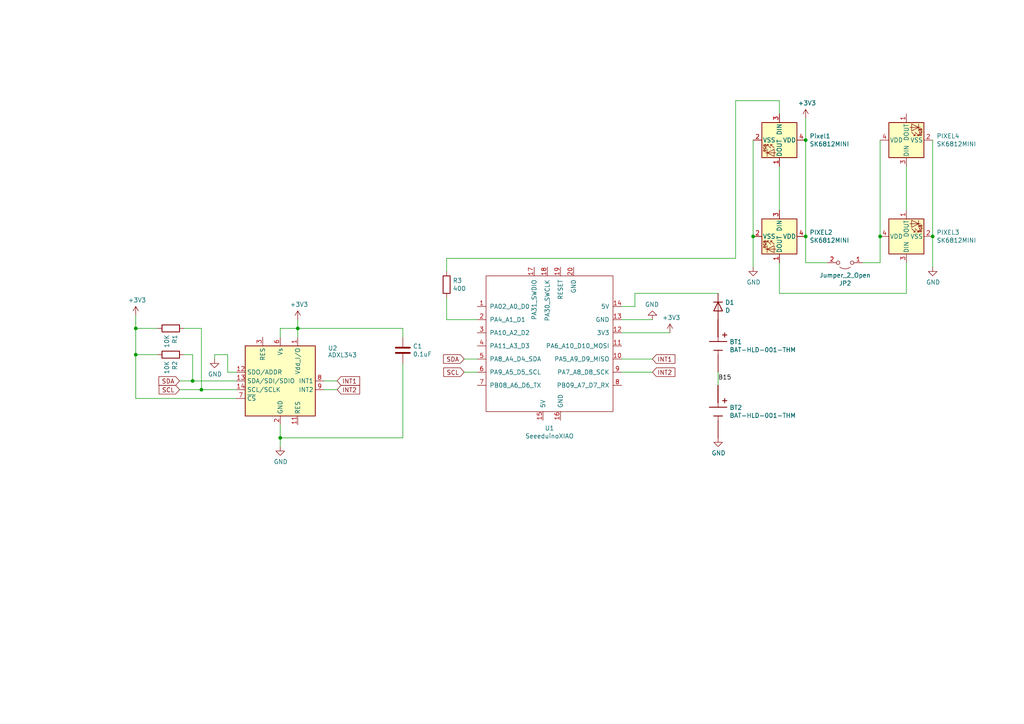
<source format=kicad_sch>
(kicad_sch (version 20211123) (generator eeschema)

  (uuid dd00c2e1-6027-4717-b312-4fab3ee52002)

  (paper "A4")

  (lib_symbols
    (symbol "BAT-HLD-001-THM:BAT-HLD-001-THM" (pin_numbers hide) (pin_names (offset 1.016) hide) (in_bom yes) (on_board yes)
      (property "Reference" "BT" (id 0) (at -3.81 3.81 0)
        (effects (font (size 1.27 1.27)) (justify left bottom))
      )
      (property "Value" "BAT-HLD-001-THM_BAT-HLD-001-THM" (id 1) (at -3.81 -5.08 0)
        (effects (font (size 1.27 1.27)) (justify left bottom))
      )
      (property "Footprint" "BAT_BAT-HLD-001-THM" (id 2) (at 0 0 0)
        (effects (font (size 1.27 1.27)) (justify left bottom) hide)
      )
      (property "Datasheet" "" (id 3) (at 0 0 0)
        (effects (font (size 1.27 1.27)) (justify left bottom) hide)
      )
      (property "STANDARD" "Manufacturer Recommendations" (id 4) (at 0 0 0)
        (effects (font (size 1.27 1.27)) (justify left bottom) hide)
      )
      (property "PARTREV" "C" (id 5) (at 0 0 0)
        (effects (font (size 1.27 1.27)) (justify left bottom) hide)
      )
      (property "MANUFACTURER" "Linx Technologies" (id 6) (at 0 0 0)
        (effects (font (size 1.27 1.27)) (justify left bottom) hide)
      )
      (property "MAXIMUM_PACKAGE_HEIGHT" "4.2mm" (id 7) (at 0 0 0)
        (effects (font (size 1.27 1.27)) (justify left bottom) hide)
      )
      (property "ki_locked" "" (id 8) (at 0 0 0)
        (effects (font (size 1.27 1.27)))
      )
      (symbol "BAT-HLD-001-THM_0_0"
        (polyline
          (pts
            (xy -3.81 1.905)
            (xy -2.54 1.905)
          )
          (stroke (width 0.254) (type default) (color 0 0 0 0))
          (fill (type none))
        )
        (polyline
          (pts
            (xy -3.175 2.54)
            (xy -3.175 1.27)
          )
          (stroke (width 0.254) (type default) (color 0 0 0 0))
          (fill (type none))
        )
        (polyline
          (pts
            (xy -1.27 0)
            (xy -2.54 0)
          )
          (stroke (width 0.1524) (type default) (color 0 0 0 0))
          (fill (type none))
        )
        (polyline
          (pts
            (xy -1.27 0)
            (xy -1.27 -2.54)
          )
          (stroke (width 0.254) (type default) (color 0 0 0 0))
          (fill (type none))
        )
        (polyline
          (pts
            (xy -1.27 2.54)
            (xy -1.27 0)
          )
          (stroke (width 0.254) (type default) (color 0 0 0 0))
          (fill (type none))
        )
        (polyline
          (pts
            (xy 1.27 0)
            (xy 1.27 -1.27)
          )
          (stroke (width 0.254) (type default) (color 0 0 0 0))
          (fill (type none))
        )
        (polyline
          (pts
            (xy 1.27 0)
            (xy 2.54 0)
          )
          (stroke (width 0.1524) (type default) (color 0 0 0 0))
          (fill (type none))
        )
        (polyline
          (pts
            (xy 1.27 1.27)
            (xy 1.27 0)
          )
          (stroke (width 0.254) (type default) (color 0 0 0 0))
          (fill (type none))
        )
        (pin passive line (at 7.62 0 180) (length 5.08)
          (name "~" (effects (font (size 1.016 1.016))))
          (number "N" (effects (font (size 1.016 1.016))))
        )
        (pin passive line (at -7.62 0 0) (length 5.08)
          (name "~" (effects (font (size 1.016 1.016))))
          (number "P1" (effects (font (size 1.016 1.016))))
        )
        (pin passive line (at -7.62 0 0) (length 5.08)
          (name "~" (effects (font (size 1.016 1.016))))
          (number "P2" (effects (font (size 1.016 1.016))))
        )
        (pin passive line (at -7.62 0 0) (length 5.08)
          (name "~" (effects (font (size 1.016 1.016))))
          (number "P3" (effects (font (size 1.016 1.016))))
        )
        (pin passive line (at -7.62 0 0) (length 5.08)
          (name "~" (effects (font (size 1.016 1.016))))
          (number "P4" (effects (font (size 1.016 1.016))))
        )
      )
    )
    (symbol "Device:C" (pin_numbers hide) (pin_names (offset 0.254)) (in_bom yes) (on_board yes)
      (property "Reference" "C" (id 0) (at 0.635 2.54 0)
        (effects (font (size 1.27 1.27)) (justify left))
      )
      (property "Value" "C" (id 1) (at 0.635 -2.54 0)
        (effects (font (size 1.27 1.27)) (justify left))
      )
      (property "Footprint" "" (id 2) (at 0.9652 -3.81 0)
        (effects (font (size 1.27 1.27)) hide)
      )
      (property "Datasheet" "~" (id 3) (at 0 0 0)
        (effects (font (size 1.27 1.27)) hide)
      )
      (property "ki_keywords" "cap capacitor" (id 4) (at 0 0 0)
        (effects (font (size 1.27 1.27)) hide)
      )
      (property "ki_description" "Unpolarized capacitor" (id 5) (at 0 0 0)
        (effects (font (size 1.27 1.27)) hide)
      )
      (property "ki_fp_filters" "C_*" (id 6) (at 0 0 0)
        (effects (font (size 1.27 1.27)) hide)
      )
      (symbol "C_0_1"
        (polyline
          (pts
            (xy -2.032 -0.762)
            (xy 2.032 -0.762)
          )
          (stroke (width 0.508) (type default) (color 0 0 0 0))
          (fill (type none))
        )
        (polyline
          (pts
            (xy -2.032 0.762)
            (xy 2.032 0.762)
          )
          (stroke (width 0.508) (type default) (color 0 0 0 0))
          (fill (type none))
        )
      )
      (symbol "C_1_1"
        (pin passive line (at 0 3.81 270) (length 2.794)
          (name "~" (effects (font (size 1.27 1.27))))
          (number "1" (effects (font (size 1.27 1.27))))
        )
        (pin passive line (at 0 -3.81 90) (length 2.794)
          (name "~" (effects (font (size 1.27 1.27))))
          (number "2" (effects (font (size 1.27 1.27))))
        )
      )
    )
    (symbol "Device:D" (pin_numbers hide) (pin_names (offset 1.016) hide) (in_bom yes) (on_board yes)
      (property "Reference" "D" (id 0) (at 0 2.54 0)
        (effects (font (size 1.27 1.27)))
      )
      (property "Value" "D" (id 1) (at 0 -2.54 0)
        (effects (font (size 1.27 1.27)))
      )
      (property "Footprint" "" (id 2) (at 0 0 0)
        (effects (font (size 1.27 1.27)) hide)
      )
      (property "Datasheet" "~" (id 3) (at 0 0 0)
        (effects (font (size 1.27 1.27)) hide)
      )
      (property "ki_keywords" "diode" (id 4) (at 0 0 0)
        (effects (font (size 1.27 1.27)) hide)
      )
      (property "ki_description" "Diode" (id 5) (at 0 0 0)
        (effects (font (size 1.27 1.27)) hide)
      )
      (property "ki_fp_filters" "TO-???* *_Diode_* *SingleDiode* D_*" (id 6) (at 0 0 0)
        (effects (font (size 1.27 1.27)) hide)
      )
      (symbol "D_0_1"
        (polyline
          (pts
            (xy -1.27 1.27)
            (xy -1.27 -1.27)
          )
          (stroke (width 0.254) (type default) (color 0 0 0 0))
          (fill (type none))
        )
        (polyline
          (pts
            (xy 1.27 0)
            (xy -1.27 0)
          )
          (stroke (width 0) (type default) (color 0 0 0 0))
          (fill (type none))
        )
        (polyline
          (pts
            (xy 1.27 1.27)
            (xy 1.27 -1.27)
            (xy -1.27 0)
            (xy 1.27 1.27)
          )
          (stroke (width 0.254) (type default) (color 0 0 0 0))
          (fill (type none))
        )
      )
      (symbol "D_1_1"
        (pin passive line (at -3.81 0 0) (length 2.54)
          (name "K" (effects (font (size 1.27 1.27))))
          (number "1" (effects (font (size 1.27 1.27))))
        )
        (pin passive line (at 3.81 0 180) (length 2.54)
          (name "A" (effects (font (size 1.27 1.27))))
          (number "2" (effects (font (size 1.27 1.27))))
        )
      )
    )
    (symbol "Device:R" (pin_numbers hide) (pin_names (offset 0)) (in_bom yes) (on_board yes)
      (property "Reference" "R" (id 0) (at 2.032 0 90)
        (effects (font (size 1.27 1.27)))
      )
      (property "Value" "R" (id 1) (at 0 0 90)
        (effects (font (size 1.27 1.27)))
      )
      (property "Footprint" "" (id 2) (at -1.778 0 90)
        (effects (font (size 1.27 1.27)) hide)
      )
      (property "Datasheet" "~" (id 3) (at 0 0 0)
        (effects (font (size 1.27 1.27)) hide)
      )
      (property "ki_keywords" "R res resistor" (id 4) (at 0 0 0)
        (effects (font (size 1.27 1.27)) hide)
      )
      (property "ki_description" "Resistor" (id 5) (at 0 0 0)
        (effects (font (size 1.27 1.27)) hide)
      )
      (property "ki_fp_filters" "R_*" (id 6) (at 0 0 0)
        (effects (font (size 1.27 1.27)) hide)
      )
      (symbol "R_0_1"
        (rectangle (start -1.016 -2.54) (end 1.016 2.54)
          (stroke (width 0.254) (type default) (color 0 0 0 0))
          (fill (type none))
        )
      )
      (symbol "R_1_1"
        (pin passive line (at 0 3.81 270) (length 1.27)
          (name "~" (effects (font (size 1.27 1.27))))
          (number "1" (effects (font (size 1.27 1.27))))
        )
        (pin passive line (at 0 -3.81 90) (length 1.27)
          (name "~" (effects (font (size 1.27 1.27))))
          (number "2" (effects (font (size 1.27 1.27))))
        )
      )
    )
    (symbol "Jumper:Jumper_2_Open" (pin_names (offset 0) hide) (in_bom yes) (on_board yes)
      (property "Reference" "JP" (id 0) (at 0 2.794 0)
        (effects (font (size 1.27 1.27)))
      )
      (property "Value" "Jumper_2_Open" (id 1) (at 0 -2.286 0)
        (effects (font (size 1.27 1.27)))
      )
      (property "Footprint" "" (id 2) (at 0 0 0)
        (effects (font (size 1.27 1.27)) hide)
      )
      (property "Datasheet" "~" (id 3) (at 0 0 0)
        (effects (font (size 1.27 1.27)) hide)
      )
      (property "ki_keywords" "Jumper SPST" (id 4) (at 0 0 0)
        (effects (font (size 1.27 1.27)) hide)
      )
      (property "ki_description" "Jumper, 2-pole, open" (id 5) (at 0 0 0)
        (effects (font (size 1.27 1.27)) hide)
      )
      (property "ki_fp_filters" "Jumper* TestPoint*2Pads* TestPoint*Bridge*" (id 6) (at 0 0 0)
        (effects (font (size 1.27 1.27)) hide)
      )
      (symbol "Jumper_2_Open_0_0"
        (circle (center -2.032 0) (radius 0.508)
          (stroke (width 0) (type default) (color 0 0 0 0))
          (fill (type none))
        )
        (circle (center 2.032 0) (radius 0.508)
          (stroke (width 0) (type default) (color 0 0 0 0))
          (fill (type none))
        )
      )
      (symbol "Jumper_2_Open_0_1"
        (arc (start 1.524 1.27) (mid 0 1.778) (end -1.524 1.27)
          (stroke (width 0) (type default) (color 0 0 0 0))
          (fill (type none))
        )
      )
      (symbol "Jumper_2_Open_1_1"
        (pin passive line (at -5.08 0 0) (length 2.54)
          (name "A" (effects (font (size 1.27 1.27))))
          (number "1" (effects (font (size 1.27 1.27))))
        )
        (pin passive line (at 5.08 0 180) (length 2.54)
          (name "B" (effects (font (size 1.27 1.27))))
          (number "2" (effects (font (size 1.27 1.27))))
        )
      )
    )
    (symbol "LED:SK6812MINI" (pin_names (offset 0.254)) (in_bom yes) (on_board yes)
      (property "Reference" "D" (id 0) (at 5.08 5.715 0)
        (effects (font (size 1.27 1.27)) (justify right bottom))
      )
      (property "Value" "SK6812MINI" (id 1) (at 1.27 -5.715 0)
        (effects (font (size 1.27 1.27)) (justify left top))
      )
      (property "Footprint" "LED_SMD:LED_SK6812MINI_PLCC4_3.5x3.5mm_P1.75mm" (id 2) (at 1.27 -7.62 0)
        (effects (font (size 1.27 1.27)) (justify left top) hide)
      )
      (property "Datasheet" "https://cdn-shop.adafruit.com/product-files/2686/SK6812MINI_REV.01-1-2.pdf" (id 3) (at 2.54 -9.525 0)
        (effects (font (size 1.27 1.27)) (justify left top) hide)
      )
      (property "ki_keywords" "RGB LED NeoPixel Mini addressable" (id 4) (at 0 0 0)
        (effects (font (size 1.27 1.27)) hide)
      )
      (property "ki_description" "RGB LED with integrated controller" (id 5) (at 0 0 0)
        (effects (font (size 1.27 1.27)) hide)
      )
      (property "ki_fp_filters" "LED*SK6812MINI*PLCC*3.5x3.5mm*P1.75mm*" (id 6) (at 0 0 0)
        (effects (font (size 1.27 1.27)) hide)
      )
      (symbol "SK6812MINI_0_0"
        (text "RGB" (at 2.286 -4.191 0)
          (effects (font (size 0.762 0.762)))
        )
      )
      (symbol "SK6812MINI_0_1"
        (polyline
          (pts
            (xy 1.27 -3.556)
            (xy 1.778 -3.556)
          )
          (stroke (width 0) (type default) (color 0 0 0 0))
          (fill (type none))
        )
        (polyline
          (pts
            (xy 1.27 -2.54)
            (xy 1.778 -2.54)
          )
          (stroke (width 0) (type default) (color 0 0 0 0))
          (fill (type none))
        )
        (polyline
          (pts
            (xy 4.699 -3.556)
            (xy 2.667 -3.556)
          )
          (stroke (width 0) (type default) (color 0 0 0 0))
          (fill (type none))
        )
        (polyline
          (pts
            (xy 2.286 -2.54)
            (xy 1.27 -3.556)
            (xy 1.27 -3.048)
          )
          (stroke (width 0) (type default) (color 0 0 0 0))
          (fill (type none))
        )
        (polyline
          (pts
            (xy 2.286 -1.524)
            (xy 1.27 -2.54)
            (xy 1.27 -2.032)
          )
          (stroke (width 0) (type default) (color 0 0 0 0))
          (fill (type none))
        )
        (polyline
          (pts
            (xy 3.683 -1.016)
            (xy 3.683 -3.556)
            (xy 3.683 -4.064)
          )
          (stroke (width 0) (type default) (color 0 0 0 0))
          (fill (type none))
        )
        (polyline
          (pts
            (xy 4.699 -1.524)
            (xy 2.667 -1.524)
            (xy 3.683 -3.556)
            (xy 4.699 -1.524)
          )
          (stroke (width 0) (type default) (color 0 0 0 0))
          (fill (type none))
        )
        (rectangle (start 5.08 5.08) (end -5.08 -5.08)
          (stroke (width 0.254) (type default) (color 0 0 0 0))
          (fill (type background))
        )
      )
      (symbol "SK6812MINI_1_1"
        (pin output line (at 7.62 0 180) (length 2.54)
          (name "DOUT" (effects (font (size 1.27 1.27))))
          (number "1" (effects (font (size 1.27 1.27))))
        )
        (pin power_in line (at 0 -7.62 90) (length 2.54)
          (name "VSS" (effects (font (size 1.27 1.27))))
          (number "2" (effects (font (size 1.27 1.27))))
        )
        (pin input line (at -7.62 0 0) (length 2.54)
          (name "DIN" (effects (font (size 1.27 1.27))))
          (number "3" (effects (font (size 1.27 1.27))))
        )
        (pin power_in line (at 0 7.62 270) (length 2.54)
          (name "VDD" (effects (font (size 1.27 1.27))))
          (number "4" (effects (font (size 1.27 1.27))))
        )
      )
    )
    (symbol "Seeeduino_XIAO:SeeeduinoXIAO" (pin_names (offset 1.016)) (in_bom yes) (on_board yes)
      (property "Reference" "U" (id 0) (at -19.05 22.86 0)
        (effects (font (size 1.27 1.27)))
      )
      (property "Value" "Seeeduino_XIAO_SeeeduinoXIAO" (id 1) (at -12.7 21.59 0)
        (effects (font (size 1.27 1.27)))
      )
      (property "Footprint" "" (id 2) (at -8.89 5.08 0)
        (effects (font (size 1.27 1.27)) hide)
      )
      (property "Datasheet" "" (id 3) (at -8.89 5.08 0)
        (effects (font (size 1.27 1.27)) hide)
      )
      (symbol "SeeeduinoXIAO_0_1"
        (rectangle (start -19.05 20.32) (end 17.78 -19.05)
          (stroke (width 0) (type default) (color 0 0 0 0))
          (fill (type none))
        )
      )
      (symbol "SeeeduinoXIAO_1_1"
        (pin unspecified line (at -21.59 11.43 0) (length 2.54)
          (name "PA02_A0_D0" (effects (font (size 1.27 1.27))))
          (number "1" (effects (font (size 1.27 1.27))))
        )
        (pin unspecified line (at 20.32 -3.81 180) (length 2.54)
          (name "PA5_A9_D9_MISO" (effects (font (size 1.27 1.27))))
          (number "10" (effects (font (size 1.27 1.27))))
        )
        (pin unspecified line (at 20.32 0 180) (length 2.54)
          (name "PA6_A10_D10_MOSI" (effects (font (size 1.27 1.27))))
          (number "11" (effects (font (size 1.27 1.27))))
        )
        (pin unspecified line (at 20.32 3.81 180) (length 2.54)
          (name "3V3" (effects (font (size 1.27 1.27))))
          (number "12" (effects (font (size 1.27 1.27))))
        )
        (pin unspecified line (at 20.32 7.62 180) (length 2.54)
          (name "GND" (effects (font (size 1.27 1.27))))
          (number "13" (effects (font (size 1.27 1.27))))
        )
        (pin unspecified line (at 20.32 11.43 180) (length 2.54)
          (name "5V" (effects (font (size 1.27 1.27))))
          (number "14" (effects (font (size 1.27 1.27))))
        )
        (pin input line (at -2.54 -21.59 90) (length 2.54)
          (name "5V" (effects (font (size 1.27 1.27))))
          (number "15" (effects (font (size 1.27 1.27))))
        )
        (pin input line (at 2.54 -21.59 90) (length 2.54)
          (name "GND" (effects (font (size 1.27 1.27))))
          (number "16" (effects (font (size 1.27 1.27))))
        )
        (pin input line (at -5.08 22.86 270) (length 2.54)
          (name "PA31_SWDIO" (effects (font (size 1.27 1.27))))
          (number "17" (effects (font (size 1.27 1.27))))
        )
        (pin input line (at -1.27 22.86 270) (length 2.54)
          (name "PA30_SWCLK" (effects (font (size 1.27 1.27))))
          (number "18" (effects (font (size 1.27 1.27))))
        )
        (pin input line (at 2.54 22.86 270) (length 2.54)
          (name "RESET" (effects (font (size 1.27 1.27))))
          (number "19" (effects (font (size 1.27 1.27))))
        )
        (pin unspecified line (at -21.59 7.62 0) (length 2.54)
          (name "PA4_A1_D1" (effects (font (size 1.27 1.27))))
          (number "2" (effects (font (size 1.27 1.27))))
        )
        (pin input line (at 6.35 22.86 270) (length 2.54)
          (name "GND" (effects (font (size 1.27 1.27))))
          (number "20" (effects (font (size 1.27 1.27))))
        )
        (pin unspecified line (at -21.59 3.81 0) (length 2.54)
          (name "PA10_A2_D2" (effects (font (size 1.27 1.27))))
          (number "3" (effects (font (size 1.27 1.27))))
        )
        (pin unspecified line (at -21.59 0 0) (length 2.54)
          (name "PA11_A3_D3" (effects (font (size 1.27 1.27))))
          (number "4" (effects (font (size 1.27 1.27))))
        )
        (pin unspecified line (at -21.59 -3.81 0) (length 2.54)
          (name "PA8_A4_D4_SDA" (effects (font (size 1.27 1.27))))
          (number "5" (effects (font (size 1.27 1.27))))
        )
        (pin unspecified line (at -21.59 -7.62 0) (length 2.54)
          (name "PA9_A5_D5_SCL" (effects (font (size 1.27 1.27))))
          (number "6" (effects (font (size 1.27 1.27))))
        )
        (pin unspecified line (at -21.59 -11.43 0) (length 2.54)
          (name "PB08_A6_D6_TX" (effects (font (size 1.27 1.27))))
          (number "7" (effects (font (size 1.27 1.27))))
        )
        (pin unspecified line (at 20.32 -11.43 180) (length 2.54)
          (name "PB09_A7_D7_RX" (effects (font (size 1.27 1.27))))
          (number "8" (effects (font (size 1.27 1.27))))
        )
        (pin unspecified line (at 20.32 -7.62 180) (length 2.54)
          (name "PA7_A8_D8_SCK" (effects (font (size 1.27 1.27))))
          (number "9" (effects (font (size 1.27 1.27))))
        )
      )
    )
    (symbol "Sensor_Motion:ADXL343" (in_bom yes) (on_board yes)
      (property "Reference" "U" (id 0) (at -8.89 11.43 0)
        (effects (font (size 1.27 1.27)))
      )
      (property "Value" "ADXL343" (id 1) (at -7.62 -11.43 0)
        (effects (font (size 1.27 1.27)))
      )
      (property "Footprint" "Package_LGA:LGA-14_3x5mm_P0.8mm_LayoutBorder1x6y" (id 2) (at 0 0 0)
        (effects (font (size 1.27 1.27)) hide)
      )
      (property "Datasheet" "https://www.analog.com/media/en/technical-documentation/data-sheets/ADXL343.pdf" (id 3) (at 0 0 0)
        (effects (font (size 1.27 1.27)) hide)
      )
      (property "ki_keywords" "3-axis accelerometer i2c spi mems" (id 4) (at 0 0 0)
        (effects (font (size 1.27 1.27)) hide)
      )
      (property "ki_description" "3-Axis MEMS Accelerometer, 2/4/8/16g range, I2C/SPI, LGA-14" (id 5) (at 0 0 0)
        (effects (font (size 1.27 1.27)) hide)
      )
      (property "ki_fp_filters" "*LGA*3x5mm*P0.8mm*" (id 6) (at 0 0 0)
        (effects (font (size 1.27 1.27)) hide)
      )
      (symbol "ADXL343_0_1"
        (rectangle (start -10.16 10.16) (end 10.16 -10.16)
          (stroke (width 0.254) (type default) (color 0 0 0 0))
          (fill (type background))
        )
      )
      (symbol "ADXL343_1_1"
        (pin power_in line (at 5.08 12.7 270) (length 2.54)
          (name "Vdd_I/O" (effects (font (size 1.27 1.27))))
          (number "1" (effects (font (size 1.27 1.27))))
        )
        (pin no_connect line (at -5.08 -10.16 90) (length 2.54) hide
          (name "NC" (effects (font (size 1.27 1.27))))
          (number "10" (effects (font (size 1.27 1.27))))
        )
        (pin passive line (at 5.08 -12.7 90) (length 2.54)
          (name "RES" (effects (font (size 1.27 1.27))))
          (number "11" (effects (font (size 1.27 1.27))))
        )
        (pin bidirectional line (at -12.7 2.54 0) (length 2.54)
          (name "SDO/ADDR" (effects (font (size 1.27 1.27))))
          (number "12" (effects (font (size 1.27 1.27))))
        )
        (pin bidirectional line (at -12.7 0 0) (length 2.54)
          (name "SDA/SDI/SDIO" (effects (font (size 1.27 1.27))))
          (number "13" (effects (font (size 1.27 1.27))))
        )
        (pin input line (at -12.7 -2.54 0) (length 2.54)
          (name "SCL/SCLK" (effects (font (size 1.27 1.27))))
          (number "14" (effects (font (size 1.27 1.27))))
        )
        (pin power_in line (at 0 -12.7 90) (length 2.54)
          (name "GND" (effects (font (size 1.27 1.27))))
          (number "2" (effects (font (size 1.27 1.27))))
        )
        (pin passive line (at -5.08 12.7 270) (length 2.54)
          (name "RES" (effects (font (size 1.27 1.27))))
          (number "3" (effects (font (size 1.27 1.27))))
        )
        (pin passive line (at 0 -12.7 90) (length 2.54) hide
          (name "GND" (effects (font (size 1.27 1.27))))
          (number "4" (effects (font (size 1.27 1.27))))
        )
        (pin passive line (at 0 -12.7 90) (length 2.54) hide
          (name "GND" (effects (font (size 1.27 1.27))))
          (number "5" (effects (font (size 1.27 1.27))))
        )
        (pin power_in line (at 0 12.7 270) (length 2.54)
          (name "Vs" (effects (font (size 1.27 1.27))))
          (number "6" (effects (font (size 1.27 1.27))))
        )
        (pin input line (at -12.7 -5.08 0) (length 2.54)
          (name "~{CS}" (effects (font (size 1.27 1.27))))
          (number "7" (effects (font (size 1.27 1.27))))
        )
        (pin output line (at 12.7 0 180) (length 2.54)
          (name "INT1" (effects (font (size 1.27 1.27))))
          (number "8" (effects (font (size 1.27 1.27))))
        )
        (pin output line (at 12.7 -2.54 180) (length 2.54)
          (name "INT2" (effects (font (size 1.27 1.27))))
          (number "9" (effects (font (size 1.27 1.27))))
        )
      )
    )
    (symbol "power:+3V3" (power) (pin_names (offset 0)) (in_bom yes) (on_board yes)
      (property "Reference" "#PWR" (id 0) (at 0 -3.81 0)
        (effects (font (size 1.27 1.27)) hide)
      )
      (property "Value" "+3V3" (id 1) (at 0 3.556 0)
        (effects (font (size 1.27 1.27)))
      )
      (property "Footprint" "" (id 2) (at 0 0 0)
        (effects (font (size 1.27 1.27)) hide)
      )
      (property "Datasheet" "" (id 3) (at 0 0 0)
        (effects (font (size 1.27 1.27)) hide)
      )
      (property "ki_keywords" "power-flag" (id 4) (at 0 0 0)
        (effects (font (size 1.27 1.27)) hide)
      )
      (property "ki_description" "Power symbol creates a global label with name \"+3V3\"" (id 5) (at 0 0 0)
        (effects (font (size 1.27 1.27)) hide)
      )
      (symbol "+3V3_0_1"
        (polyline
          (pts
            (xy -0.762 1.27)
            (xy 0 2.54)
          )
          (stroke (width 0) (type default) (color 0 0 0 0))
          (fill (type none))
        )
        (polyline
          (pts
            (xy 0 0)
            (xy 0 2.54)
          )
          (stroke (width 0) (type default) (color 0 0 0 0))
          (fill (type none))
        )
        (polyline
          (pts
            (xy 0 2.54)
            (xy 0.762 1.27)
          )
          (stroke (width 0) (type default) (color 0 0 0 0))
          (fill (type none))
        )
      )
      (symbol "+3V3_1_1"
        (pin power_in line (at 0 0 90) (length 0) hide
          (name "+3V3" (effects (font (size 1.27 1.27))))
          (number "1" (effects (font (size 1.27 1.27))))
        )
      )
    )
    (symbol "power:GND" (power) (pin_names (offset 0)) (in_bom yes) (on_board yes)
      (property "Reference" "#PWR" (id 0) (at 0 -6.35 0)
        (effects (font (size 1.27 1.27)) hide)
      )
      (property "Value" "GND" (id 1) (at 0 -3.81 0)
        (effects (font (size 1.27 1.27)))
      )
      (property "Footprint" "" (id 2) (at 0 0 0)
        (effects (font (size 1.27 1.27)) hide)
      )
      (property "Datasheet" "" (id 3) (at 0 0 0)
        (effects (font (size 1.27 1.27)) hide)
      )
      (property "ki_keywords" "power-flag" (id 4) (at 0 0 0)
        (effects (font (size 1.27 1.27)) hide)
      )
      (property "ki_description" "Power symbol creates a global label with name \"GND\" , ground" (id 5) (at 0 0 0)
        (effects (font (size 1.27 1.27)) hide)
      )
      (symbol "GND_0_1"
        (polyline
          (pts
            (xy 0 0)
            (xy 0 -1.27)
            (xy 1.27 -1.27)
            (xy 0 -2.54)
            (xy -1.27 -1.27)
            (xy 0 -1.27)
          )
          (stroke (width 0) (type default) (color 0 0 0 0))
          (fill (type none))
        )
      )
      (symbol "GND_1_1"
        (pin power_in line (at 0 0 270) (length 0) hide
          (name "GND" (effects (font (size 1.27 1.27))))
          (number "1" (effects (font (size 1.27 1.27))))
        )
      )
    )
  )

  (junction (at 233.68 40.64) (diameter 0) (color 0 0 0 0)
    (uuid 666713b0-70f4-42df-8761-f65bc212d03b)
  )
  (junction (at 270.51 68.58) (diameter 0) (color 0 0 0 0)
    (uuid 70e15522-1572-4451-9c0d-6d36ac70d8c6)
  )
  (junction (at 81.28 127) (diameter 0) (color 0 0 0 0)
    (uuid 75ffc65c-7132-4411-9f2a-ae0c73d79338)
  )
  (junction (at 233.68 68.58) (diameter 0) (color 0 0 0 0)
    (uuid 7aed3a71-054b-4aaa-9c0a-030523c32827)
  )
  (junction (at 58.42 113.03) (diameter 0) (color 0 0 0 0)
    (uuid 7d928d56-093a-4ca8-aed1-414b7e703b45)
  )
  (junction (at 86.36 95.25) (diameter 0) (color 0 0 0 0)
    (uuid 8e06ba1f-e3ba-4eb9-a10e-887dffd566d6)
  )
  (junction (at 255.27 68.58) (diameter 0) (color 0 0 0 0)
    (uuid 911bdcbe-493f-4e21-a506-7cbc636e2c17)
  )
  (junction (at 218.44 68.58) (diameter 0) (color 0 0 0 0)
    (uuid 9bb20359-0f8b-45bc-9d38-6626ed3a939d)
  )
  (junction (at 55.88 110.49) (diameter 0) (color 0 0 0 0)
    (uuid a5cd8da1-8f7f-4f80-bb23-0317de562222)
  )
  (junction (at 39.37 95.25) (diameter 0) (color 0 0 0 0)
    (uuid abe07c9a-17c3-43b5-b7a6-ae867ac27ea7)
  )
  (junction (at 39.37 102.87) (diameter 0) (color 0 0 0 0)
    (uuid b1c649b1-f44d-46c7-9dea-818e75a1b87e)
  )

  (wire (pts (xy 58.42 113.03) (xy 58.42 95.25))
    (stroke (width 0) (type default) (color 0 0 0 0))
    (uuid 01e9b6e7-adf9-4ee7-9447-a588630ee4a2)
  )
  (wire (pts (xy 39.37 95.25) (xy 39.37 91.44))
    (stroke (width 0) (type default) (color 0 0 0 0))
    (uuid 0c3dceba-7c95-4b3d-b590-0eb581444beb)
  )
  (wire (pts (xy 86.36 95.25) (xy 86.36 92.71))
    (stroke (width 0) (type default) (color 0 0 0 0))
    (uuid 12422a89-3d0c-485c-9386-f77121fd68fd)
  )
  (wire (pts (xy 226.06 85.09) (xy 226.06 76.2))
    (stroke (width 0) (type default) (color 0 0 0 0))
    (uuid 127679a9-3981-4934-815e-896a4e3ff56e)
  )
  (wire (pts (xy 55.88 102.87) (xy 53.34 102.87))
    (stroke (width 0) (type default) (color 0 0 0 0))
    (uuid 16bd6381-8ac0-4bf2-9dce-ecc20c724b8d)
  )
  (wire (pts (xy 262.89 60.96) (xy 262.89 48.26))
    (stroke (width 0) (type default) (color 0 0 0 0))
    (uuid 1a1ab354-5f85-45f9-938c-9f6c4c8c3ea2)
  )
  (wire (pts (xy 86.36 95.25) (xy 116.84 95.25))
    (stroke (width 0) (type default) (color 0 0 0 0))
    (uuid 1d9cdadc-9036-4a95-b6db-fa7b3b74c869)
  )
  (wire (pts (xy 116.84 97.79) (xy 116.84 95.25))
    (stroke (width 0) (type default) (color 0 0 0 0))
    (uuid 24f7628d-681d-4f0e-8409-40a129e929d9)
  )
  (wire (pts (xy 218.44 68.58) (xy 218.44 77.47))
    (stroke (width 0) (type default) (color 0 0 0 0))
    (uuid 2d210a96-f81f-42a9-8bf4-1b43c11086f3)
  )
  (wire (pts (xy 184.15 88.9) (xy 180.34 88.9))
    (stroke (width 0) (type default) (color 0 0 0 0))
    (uuid 2d6db888-4e40-41c8-b701-07170fc894bc)
  )
  (wire (pts (xy 97.79 113.03) (xy 93.98 113.03))
    (stroke (width 0) (type default) (color 0 0 0 0))
    (uuid 2f215f15-3d52-4c91-93e6-3ea03a95622f)
  )
  (wire (pts (xy 81.28 127) (xy 116.84 127))
    (stroke (width 0) (type default) (color 0 0 0 0))
    (uuid 3a7648d8-121a-4921-9b92-9b35b76ce39b)
  )
  (wire (pts (xy 138.43 92.71) (xy 129.54 92.71))
    (stroke (width 0) (type default) (color 0 0 0 0))
    (uuid 3b838d52-596d-4e4d-a6ac-e4c8e7621137)
  )
  (wire (pts (xy 81.28 127) (xy 81.28 129.54))
    (stroke (width 0) (type default) (color 0 0 0 0))
    (uuid 3e903008-0276-4a73-8edb-5d9dfde6297c)
  )
  (wire (pts (xy 81.28 95.25) (xy 86.36 95.25))
    (stroke (width 0) (type default) (color 0 0 0 0))
    (uuid 40165eda-4ba6-4565-9bb4-b9df6dbb08da)
  )
  (wire (pts (xy 86.36 97.79) (xy 86.36 95.25))
    (stroke (width 0) (type default) (color 0 0 0 0))
    (uuid 4780a290-d25c-4459-9579-eba3f7678762)
  )
  (wire (pts (xy 226.06 29.21) (xy 226.06 33.02))
    (stroke (width 0) (type default) (color 0 0 0 0))
    (uuid 48ab88d7-7084-4d02-b109-3ad55a30bb11)
  )
  (wire (pts (xy 226.06 60.96) (xy 226.06 48.26))
    (stroke (width 0) (type default) (color 0 0 0 0))
    (uuid 4c8eb964-bdf4-44de-90e9-e2ab82dd5313)
  )
  (wire (pts (xy 55.88 110.49) (xy 68.58 110.49))
    (stroke (width 0) (type default) (color 0 0 0 0))
    (uuid 4f66b314-0f62-4fb6-8c3c-f9c6a75cd3ec)
  )
  (wire (pts (xy 134.62 104.14) (xy 138.43 104.14))
    (stroke (width 0) (type default) (color 0 0 0 0))
    (uuid 55e740a3-0735-4744-896e-2bf5437093b9)
  )
  (wire (pts (xy 39.37 115.57) (xy 39.37 102.87))
    (stroke (width 0) (type default) (color 0 0 0 0))
    (uuid 60dcd1fe-7079-4cb8-b509-04558ccf5097)
  )
  (wire (pts (xy 116.84 127) (xy 116.84 105.41))
    (stroke (width 0) (type default) (color 0 0 0 0))
    (uuid 6475547d-3216-45a4-a15c-48314f1dd0f9)
  )
  (wire (pts (xy 184.15 85.09) (xy 184.15 88.9))
    (stroke (width 0) (type default) (color 0 0 0 0))
    (uuid 66043bca-a260-4915-9fce-8a51d324c687)
  )
  (wire (pts (xy 213.36 29.21) (xy 226.06 29.21))
    (stroke (width 0) (type default) (color 0 0 0 0))
    (uuid 68877d35-b796-44db-9124-b8e744e7412e)
  )
  (wire (pts (xy 180.34 104.14) (xy 189.23 104.14))
    (stroke (width 0) (type default) (color 0 0 0 0))
    (uuid 6a955fc7-39d9-4c75-9a69-676ca8c0b9b2)
  )
  (wire (pts (xy 233.68 40.64) (xy 233.68 68.58))
    (stroke (width 0) (type default) (color 0 0 0 0))
    (uuid 6c2e273e-743c-4f1e-a647-4171f8122550)
  )
  (wire (pts (xy 270.51 68.58) (xy 270.51 77.47))
    (stroke (width 0) (type default) (color 0 0 0 0))
    (uuid 6d26d68f-1ca7-4ff3-b058-272f1c399047)
  )
  (wire (pts (xy 180.34 96.52) (xy 194.31 96.52))
    (stroke (width 0) (type default) (color 0 0 0 0))
    (uuid 6e105729-aba0-497c-a99e-c32d2b3ddb6d)
  )
  (wire (pts (xy 262.89 85.09) (xy 226.06 85.09))
    (stroke (width 0) (type default) (color 0 0 0 0))
    (uuid 716e31c5-485f-40b5-88e3-a75900da9811)
  )
  (wire (pts (xy 45.72 95.25) (xy 39.37 95.25))
    (stroke (width 0) (type default) (color 0 0 0 0))
    (uuid 730b670c-9bcf-4dcd-9a8d-fcaa61fb0955)
  )
  (wire (pts (xy 68.58 107.95) (xy 66.04 107.95))
    (stroke (width 0) (type default) (color 0 0 0 0))
    (uuid 789ca812-3e0c-4a3f-97bc-a916dd9bce80)
  )
  (wire (pts (xy 233.68 68.58) (xy 233.68 76.2))
    (stroke (width 0) (type default) (color 0 0 0 0))
    (uuid 7dc880bc-e7eb-4cce-8d8c-0b65a9dd788e)
  )
  (wire (pts (xy 81.28 97.79) (xy 81.28 95.25))
    (stroke (width 0) (type default) (color 0 0 0 0))
    (uuid 7e023245-2c2b-4e2b-bfb9-5d35176e88f2)
  )
  (wire (pts (xy 129.54 78.74) (xy 129.54 74.93))
    (stroke (width 0) (type default) (color 0 0 0 0))
    (uuid 8412992d-8754-44de-9e08-115cec1a3eff)
  )
  (wire (pts (xy 208.28 85.09) (xy 184.15 85.09))
    (stroke (width 0) (type default) (color 0 0 0 0))
    (uuid 852dabbf-de45-4470-8176-59d37a754407)
  )
  (wire (pts (xy 55.88 110.49) (xy 55.88 102.87))
    (stroke (width 0) (type default) (color 0 0 0 0))
    (uuid 85b7594c-358f-454b-b2ad-dd0b1d67ed76)
  )
  (wire (pts (xy 58.42 113.03) (xy 52.07 113.03))
    (stroke (width 0) (type default) (color 0 0 0 0))
    (uuid 8a650ebf-3f78-4ca4-a26b-a5028693e36d)
  )
  (wire (pts (xy 93.98 110.49) (xy 97.79 110.49))
    (stroke (width 0) (type default) (color 0 0 0 0))
    (uuid 8da933a9-35f8-42e6-8504-d1bab7264306)
  )
  (wire (pts (xy 233.68 76.2) (xy 240.03 76.2))
    (stroke (width 0) (type default) (color 0 0 0 0))
    (uuid 9157f4ae-0244-4ff1-9f73-3cb4cbb5f280)
  )
  (wire (pts (xy 45.72 102.87) (xy 39.37 102.87))
    (stroke (width 0) (type default) (color 0 0 0 0))
    (uuid 965308c8-e014-459a-b9db-b8493a601c62)
  )
  (wire (pts (xy 52.07 110.49) (xy 55.88 110.49))
    (stroke (width 0) (type default) (color 0 0 0 0))
    (uuid 9b0a1687-7e1b-4a04-a30b-c27a072a2949)
  )
  (wire (pts (xy 255.27 40.64) (xy 255.27 68.58))
    (stroke (width 0) (type default) (color 0 0 0 0))
    (uuid 9f8381e9-3077-4453-a480-a01ad9c1a940)
  )
  (wire (pts (xy 208.28 111.76) (xy 208.28 107.95))
    (stroke (width 0) (type default) (color 0 0 0 0))
    (uuid a17904b9-135e-4dae-ae20-401c7787de72)
  )
  (wire (pts (xy 218.44 68.58) (xy 218.44 40.64))
    (stroke (width 0) (type default) (color 0 0 0 0))
    (uuid aa14c3bd-4acc-4908-9d28-228585a22a9d)
  )
  (wire (pts (xy 180.34 92.71) (xy 189.23 92.71))
    (stroke (width 0) (type default) (color 0 0 0 0))
    (uuid afb8e687-4a13-41a1-b8c0-89a749e897fe)
  )
  (wire (pts (xy 262.89 76.2) (xy 262.89 85.09))
    (stroke (width 0) (type default) (color 0 0 0 0))
    (uuid b1086f75-01ba-4188-8d36-75a9e2828ca9)
  )
  (wire (pts (xy 255.27 68.58) (xy 255.27 76.2))
    (stroke (width 0) (type default) (color 0 0 0 0))
    (uuid b96fe6ac-3535-4455-ab88-ed77f5e46d6e)
  )
  (wire (pts (xy 68.58 113.03) (xy 58.42 113.03))
    (stroke (width 0) (type default) (color 0 0 0 0))
    (uuid c01d25cd-f4bb-4ef3-b5ea-533a2a4ddb2b)
  )
  (wire (pts (xy 213.36 74.93) (xy 213.36 29.21))
    (stroke (width 0) (type default) (color 0 0 0 0))
    (uuid c332fa55-4168-4f55-88a5-f82c7c21040b)
  )
  (wire (pts (xy 81.28 123.19) (xy 81.28 127))
    (stroke (width 0) (type default) (color 0 0 0 0))
    (uuid c43663ee-9a0d-4f27-a292-89ba89964065)
  )
  (wire (pts (xy 39.37 115.57) (xy 68.58 115.57))
    (stroke (width 0) (type default) (color 0 0 0 0))
    (uuid c5eb1e4c-ce83-470e-8f32-e20ff1f886a3)
  )
  (wire (pts (xy 58.42 95.25) (xy 53.34 95.25))
    (stroke (width 0) (type default) (color 0 0 0 0))
    (uuid ca87f11b-5f48-4b57-8535-68d3ec2fe5a9)
  )
  (wire (pts (xy 129.54 92.71) (xy 129.54 86.36))
    (stroke (width 0) (type default) (color 0 0 0 0))
    (uuid cbdcaa78-3bbc-413f-91bf-2709119373ce)
  )
  (wire (pts (xy 62.23 102.87) (xy 62.23 104.14))
    (stroke (width 0) (type default) (color 0 0 0 0))
    (uuid cdfb07af-801b-44ba-8c30-d021a6ad3039)
  )
  (wire (pts (xy 270.51 40.64) (xy 270.51 68.58))
    (stroke (width 0) (type default) (color 0 0 0 0))
    (uuid d3d7e298-1d39-4294-a3ab-c84cc0dc5e5a)
  )
  (wire (pts (xy 129.54 74.93) (xy 213.36 74.93))
    (stroke (width 0) (type default) (color 0 0 0 0))
    (uuid df32840e-2912-4088-b54c-9a85f64c0265)
  )
  (wire (pts (xy 66.04 102.87) (xy 62.23 102.87))
    (stroke (width 0) (type default) (color 0 0 0 0))
    (uuid e4c6fdbb-fdc7-4ad4-a516-240d84cdc120)
  )
  (wire (pts (xy 66.04 107.95) (xy 66.04 102.87))
    (stroke (width 0) (type default) (color 0 0 0 0))
    (uuid e6b860cc-cb76-4220-acfb-68f1eb348bfa)
  )
  (wire (pts (xy 189.23 107.95) (xy 180.34 107.95))
    (stroke (width 0) (type default) (color 0 0 0 0))
    (uuid e8314017-7be6-4011-9179-37449a29b311)
  )
  (wire (pts (xy 233.68 34.29) (xy 233.68 40.64))
    (stroke (width 0) (type default) (color 0 0 0 0))
    (uuid e857610b-4434-4144-b04e-43c1ebdc5ceb)
  )
  (wire (pts (xy 255.27 76.2) (xy 250.19 76.2))
    (stroke (width 0) (type default) (color 0 0 0 0))
    (uuid ec31c074-17b2-48e1-ab01-071acad3fa04)
  )
  (wire (pts (xy 39.37 102.87) (xy 39.37 95.25))
    (stroke (width 0) (type default) (color 0 0 0 0))
    (uuid f3628265-0155-43e2-a467-c40ff783e265)
  )
  (wire (pts (xy 138.43 107.95) (xy 134.62 107.95))
    (stroke (width 0) (type default) (color 0 0 0 0))
    (uuid f4f99e3d-7269-4f6a-a759-16ad2a258779)
  )

  (label "B15" (at 208.28 110.49 0)
    (effects (font (size 1.27 1.27)) (justify left bottom))
    (uuid f202141e-c20d-4cac-b016-06a44f2ecce8)
  )

  (global_label "INT2" (shape input) (at 189.23 107.95 0) (fields_autoplaced)
    (effects (font (size 1.27 1.27)) (justify left))
    (uuid 5cbb5968-dbb5-4b84-864a-ead1cacf75b9)
    (property "Intersheet References" "${INTERSHEET_REFS}" (id 0) (at 0 0 0)
      (effects (font (size 1.27 1.27)) hide)
    )
  )
  (global_label "SCL" (shape input) (at 134.62 107.95 180) (fields_autoplaced)
    (effects (font (size 1.27 1.27)) (justify right))
    (uuid 71c31975-2c45-4d18-a25a-18e07a55d11e)
    (property "Intersheet References" "${INTERSHEET_REFS}" (id 0) (at 0 0 0)
      (effects (font (size 1.27 1.27)) hide)
    )
  )
  (global_label "SCL" (shape input) (at 52.07 113.03 180) (fields_autoplaced)
    (effects (font (size 1.27 1.27)) (justify right))
    (uuid 9e1b837f-0d34-4a18-9644-9ee68f141f46)
    (property "Intersheet References" "${INTERSHEET_REFS}" (id 0) (at 0 0 0)
      (effects (font (size 1.27 1.27)) hide)
    )
  )
  (global_label "SDA" (shape input) (at 52.07 110.49 180) (fields_autoplaced)
    (effects (font (size 1.27 1.27)) (justify right))
    (uuid b88717bd-086f-46cd-9d3f-0396009d0996)
    (property "Intersheet References" "${INTERSHEET_REFS}" (id 0) (at 0 0 0)
      (effects (font (size 1.27 1.27)) hide)
    )
  )
  (global_label "INT1" (shape input) (at 189.23 104.14 0) (fields_autoplaced)
    (effects (font (size 1.27 1.27)) (justify left))
    (uuid bb7f0588-d4d8-44bf-9ebf-3c533fe4d6ae)
    (property "Intersheet References" "${INTERSHEET_REFS}" (id 0) (at 0 0 0)
      (effects (font (size 1.27 1.27)) hide)
    )
  )
  (global_label "INT1" (shape input) (at 97.79 110.49 0) (fields_autoplaced)
    (effects (font (size 1.27 1.27)) (justify left))
    (uuid bd5408e4-362d-4e43-9d39-78fb99eb52c8)
    (property "Intersheet References" "${INTERSHEET_REFS}" (id 0) (at 0 0 0)
      (effects (font (size 1.27 1.27)) hide)
    )
  )
  (global_label "INT2" (shape input) (at 97.79 113.03 0) (fields_autoplaced)
    (effects (font (size 1.27 1.27)) (justify left))
    (uuid c0eca5ed-bc5e-4618-9bcd-80945bea41ed)
    (property "Intersheet References" "${INTERSHEET_REFS}" (id 0) (at 0 0 0)
      (effects (font (size 1.27 1.27)) hide)
    )
  )
  (global_label "SDA" (shape input) (at 134.62 104.14 180) (fields_autoplaced)
    (effects (font (size 1.27 1.27)) (justify right))
    (uuid e10b5627-3247-4c86-b9f6-ef474ca11543)
    (property "Intersheet References" "${INTERSHEET_REFS}" (id 0) (at 0 0 0)
      (effects (font (size 1.27 1.27)) hide)
    )
  )

  (symbol (lib_id "Seeeduino_XIAO:SeeeduinoXIAO") (at 160.02 100.33 0) (unit 1)
    (in_bom yes) (on_board yes)
    (uuid 00000000-0000-0000-0000-00006165f8d1)
    (property "Reference" "U1" (id 0) (at 159.385 124.1806 0))
    (property "Value" "SeeeduinoXIAO" (id 1) (at 159.385 126.492 0))
    (property "Footprint" "Seeeduino_XIAO:Seeeduino XIAO-MOUDLE14P-2.54-21X17.8MM" (id 2) (at 151.13 95.25 0)
      (effects (font (size 1.27 1.27)) hide)
    )
    (property "Datasheet" "" (id 3) (at 151.13 95.25 0)
      (effects (font (size 1.27 1.27)) hide)
    )
    (pin "1" (uuid 4e2cde59-810a-4dea-8810-52da90c1106e))
    (pin "10" (uuid 14994ebf-f361-4ec4-8ce0-083a3e51f68e))
    (pin "11" (uuid 4ea61ad8-a7cb-40bb-9227-523ac7869c4f))
    (pin "12" (uuid 2e5af9c0-c36c-4efa-9541-3967c8b3210f))
    (pin "13" (uuid ebd09f57-f1eb-4035-9778-e725368edccc))
    (pin "14" (uuid e258da40-22ce-4dff-bf7b-8ecf9aa2b432))
    (pin "15" (uuid 0114ca45-b1d3-440a-b90c-f02a309cd1c2))
    (pin "16" (uuid 58080ffb-6648-4172-9f25-e3adb2eed5a7))
    (pin "17" (uuid fb83b60f-7c1b-416f-a27e-b479a51fe4b2))
    (pin "18" (uuid f9cde911-c801-4b9e-93ab-fb62debb5864))
    (pin "19" (uuid 65ceed9f-12e5-414e-81de-3fe6801fb4ff))
    (pin "2" (uuid a3abddc7-f9b4-4cb6-9989-829442824d12))
    (pin "20" (uuid ff08a4af-3c28-43e2-be1e-e8fd95d19612))
    (pin "3" (uuid f19fd526-c974-497f-9782-df522e476848))
    (pin "4" (uuid c9724b1e-3e77-4462-b9cc-04185387edf5))
    (pin "5" (uuid 93c82e94-97e2-43d8-ba73-ac784d4bd46a))
    (pin "6" (uuid df97d2e4-e970-47b4-99b8-f927ccb555c5))
    (pin "7" (uuid 446ac713-b38e-4e83-929d-7554a9b89768))
    (pin "8" (uuid bd915335-998c-4ece-9c4f-3336eb0cf248))
    (pin "9" (uuid f1ae3f0a-fc0a-42ee-b3a3-9dfbda4b1d38))
  )

  (symbol (lib_id "Sensor_Motion:ADXL343") (at 81.28 110.49 0) (unit 1)
    (in_bom yes) (on_board yes)
    (uuid 00000000-0000-0000-0000-000061662620)
    (property "Reference" "U2" (id 0) (at 95.0976 100.9904 0)
      (effects (font (size 1.27 1.27)) (justify left))
    )
    (property "Value" "ADXL343" (id 1) (at 95.0976 102.9716 0)
      (effects (font (size 1.27 1.27)) (justify left))
    )
    (property "Footprint" "Package_LGA:LGA-14_3x5mm_P0.8mm_LayoutBorder1x6y" (id 2) (at 81.28 110.49 0)
      (effects (font (size 1.27 1.27)) hide)
    )
    (property "Datasheet" "https://www.analog.com/media/en/technical-documentation/data-sheets/ADXL343.pdf" (id 3) (at 81.28 110.49 0)
      (effects (font (size 1.27 1.27)) hide)
    )
    (pin "1" (uuid 5d6da4ec-71f9-44db-a119-f2c22d474ba1))
    (pin "10" (uuid 93851be2-88ef-4d29-a8d5-db761e57f392))
    (pin "11" (uuid 94439e95-414f-43d0-88ef-3c78beacc845))
    (pin "12" (uuid daee1fbd-030c-4152-a4c1-3548ae1d5fad))
    (pin "13" (uuid 9f565822-f307-4eb0-afe4-4ee11e8bf37e))
    (pin "14" (uuid 6253c43c-abc1-42fd-bcb5-acd3a97e7da2))
    (pin "2" (uuid 22137e6e-336a-4120-a352-9269318970c7))
    (pin "3" (uuid d2b838e3-95f5-4d58-a236-5b4f2fa682ba))
    (pin "4" (uuid 17adc8c0-c792-4780-aab1-71d31733c779))
    (pin "5" (uuid 1e5e8c82-c656-49f3-952e-8d516390e7e4))
    (pin "6" (uuid 2ca2f5cf-0d6b-4b04-89d2-7eded461ad1c))
    (pin "7" (uuid 15bb2b49-6af8-47a1-8392-4418fd59c0d9))
    (pin "8" (uuid c898c771-4900-4588-aaea-04b913e73603))
    (pin "9" (uuid 98635963-88bd-4a2b-8543-83cafc54c665))
  )

  (symbol (lib_id "power:GND") (at 62.23 104.14 0) (unit 1)
    (in_bom yes) (on_board yes)
    (uuid 00000000-0000-0000-0000-0000616648c6)
    (property "Reference" "#PWR01" (id 0) (at 62.23 110.49 0)
      (effects (font (size 1.27 1.27)) hide)
    )
    (property "Value" "GND" (id 1) (at 62.357 108.5342 0))
    (property "Footprint" "" (id 2) (at 62.23 104.14 0)
      (effects (font (size 1.27 1.27)) hide)
    )
    (property "Datasheet" "" (id 3) (at 62.23 104.14 0)
      (effects (font (size 1.27 1.27)) hide)
    )
    (pin "1" (uuid bbb7cf50-dca1-440b-8ab2-d713ff1a73ed))
  )

  (symbol (lib_id "Device:R") (at 49.53 95.25 270) (unit 1)
    (in_bom yes) (on_board yes)
    (uuid 00000000-0000-0000-0000-00006166a991)
    (property "Reference" "R1" (id 0) (at 50.6984 97.028 0)
      (effects (font (size 1.27 1.27)) (justify left))
    )
    (property "Value" "10K" (id 1) (at 48.387 97.028 0)
      (effects (font (size 1.27 1.27)) (justify left))
    )
    (property "Footprint" "Resistor_SMD:R_0805_2012Metric_Pad1.20x1.40mm_HandSolder" (id 2) (at 49.53 93.472 90)
      (effects (font (size 1.27 1.27)) hide)
    )
    (property "Datasheet" "~" (id 3) (at 49.53 95.25 0)
      (effects (font (size 1.27 1.27)) hide)
    )
    (pin "1" (uuid 74e4453c-acbd-445e-81b1-19ce1f70bca9))
    (pin "2" (uuid 2c44890e-4662-4746-a19e-78e2193fd9f2))
  )

  (symbol (lib_id "power:+3V3") (at 39.37 91.44 0) (unit 1)
    (in_bom yes) (on_board yes)
    (uuid 00000000-0000-0000-0000-00006166c856)
    (property "Reference" "#PWR02" (id 0) (at 39.37 95.25 0)
      (effects (font (size 1.27 1.27)) hide)
    )
    (property "Value" "+3V3" (id 1) (at 39.751 87.0458 0))
    (property "Footprint" "" (id 2) (at 39.37 91.44 0)
      (effects (font (size 1.27 1.27)) hide)
    )
    (property "Datasheet" "" (id 3) (at 39.37 91.44 0)
      (effects (font (size 1.27 1.27)) hide)
    )
    (pin "1" (uuid 763a8ac4-32c4-4735-99a3-ad91d6d9ff14))
  )

  (symbol (lib_id "power:+3V3") (at 194.31 96.52 0) (unit 1)
    (in_bom yes) (on_board yes)
    (uuid 00000000-0000-0000-0000-000061671fea)
    (property "Reference" "#PWR07" (id 0) (at 194.31 100.33 0)
      (effects (font (size 1.27 1.27)) hide)
    )
    (property "Value" "+3V3" (id 1) (at 194.691 92.1258 0))
    (property "Footprint" "" (id 2) (at 194.31 96.52 0)
      (effects (font (size 1.27 1.27)) hide)
    )
    (property "Datasheet" "" (id 3) (at 194.31 96.52 0)
      (effects (font (size 1.27 1.27)) hide)
    )
    (pin "1" (uuid 4c5d8d86-4117-4eee-bf1d-06f693db94f7))
  )

  (symbol (lib_id "power:GND") (at 189.23 92.71 180) (unit 1)
    (in_bom yes) (on_board yes)
    (uuid 00000000-0000-0000-0000-000061672dc1)
    (property "Reference" "#PWR06" (id 0) (at 189.23 86.36 0)
      (effects (font (size 1.27 1.27)) hide)
    )
    (property "Value" "GND" (id 1) (at 189.103 88.3158 0))
    (property "Footprint" "" (id 2) (at 189.23 92.71 0)
      (effects (font (size 1.27 1.27)) hide)
    )
    (property "Datasheet" "" (id 3) (at 189.23 92.71 0)
      (effects (font (size 1.27 1.27)) hide)
    )
    (pin "1" (uuid 9c97db98-dfe2-455c-80b1-cf93c801bc35))
  )

  (symbol (lib_id "power:GND") (at 81.28 129.54 0) (unit 1)
    (in_bom yes) (on_board yes)
    (uuid 00000000-0000-0000-0000-0000616882ff)
    (property "Reference" "#PWR03" (id 0) (at 81.28 135.89 0)
      (effects (font (size 1.27 1.27)) hide)
    )
    (property "Value" "GND" (id 1) (at 81.407 133.9342 0))
    (property "Footprint" "" (id 2) (at 81.28 129.54 0)
      (effects (font (size 1.27 1.27)) hide)
    )
    (property "Datasheet" "" (id 3) (at 81.28 129.54 0)
      (effects (font (size 1.27 1.27)) hide)
    )
    (pin "1" (uuid da515d5c-31ff-45df-bbcf-d12803f36684))
  )

  (symbol (lib_id "power:+3V3") (at 86.36 92.71 0) (unit 1)
    (in_bom yes) (on_board yes)
    (uuid 00000000-0000-0000-0000-000061689627)
    (property "Reference" "#PWR04" (id 0) (at 86.36 96.52 0)
      (effects (font (size 1.27 1.27)) hide)
    )
    (property "Value" "+3V3" (id 1) (at 86.741 88.3158 0))
    (property "Footprint" "" (id 2) (at 86.36 92.71 0)
      (effects (font (size 1.27 1.27)) hide)
    )
    (property "Datasheet" "" (id 3) (at 86.36 92.71 0)
      (effects (font (size 1.27 1.27)) hide)
    )
    (pin "1" (uuid 096b1bd1-8dba-452e-a7eb-8591c488fdfe))
  )

  (symbol (lib_id "Device:C") (at 116.84 101.6 0) (unit 1)
    (in_bom yes) (on_board yes)
    (uuid 00000000-0000-0000-0000-00006168f775)
    (property "Reference" "C1" (id 0) (at 119.761 100.4316 0)
      (effects (font (size 1.27 1.27)) (justify left))
    )
    (property "Value" "0.1uF" (id 1) (at 119.761 102.743 0)
      (effects (font (size 1.27 1.27)) (justify left))
    )
    (property "Footprint" "Capacitor_SMD:C_0805_2012Metric" (id 2) (at 117.8052 105.41 0)
      (effects (font (size 1.27 1.27)) hide)
    )
    (property "Datasheet" "~" (id 3) (at 116.84 101.6 0)
      (effects (font (size 1.27 1.27)) hide)
    )
    (pin "1" (uuid 3ef38d53-6da0-45be-95eb-aea4a8303d9e))
    (pin "2" (uuid cdb56cb3-69e3-4086-974e-486244b492e0))
  )

  (symbol (lib_id "LED:SK6812MINI") (at 226.06 40.64 270) (unit 1)
    (in_bom yes) (on_board yes)
    (uuid 00000000-0000-0000-0000-00006169f8f8)
    (property "Reference" "Pixel1" (id 0) (at 234.7976 39.4716 90)
      (effects (font (size 1.27 1.27)) (justify left))
    )
    (property "Value" "SK6812MINI" (id 1) (at 234.7976 41.783 90)
      (effects (font (size 1.27 1.27)) (justify left))
    )
    (property "Footprint" "LED_SMD:LED_SK6812MINI_PLCC4_3.5x3.5mm_P1.75mm" (id 2) (at 218.44 41.91 0)
      (effects (font (size 1.27 1.27)) (justify left top) hide)
    )
    (property "Datasheet" "https://www.adafruit.com/product/1938" (id 3) (at 216.535 43.18 0)
      (effects (font (size 1.27 1.27)) (justify left top) hide)
    )
    (pin "1" (uuid 92ae2b73-eaad-413d-a0d1-a0d7f0a4bba2))
    (pin "2" (uuid 1e3aa0e9-23c7-4a4f-8055-3fc31c319208))
    (pin "3" (uuid 03dbce05-3ff8-440b-8339-36ed7ecc55b8))
    (pin "4" (uuid 1d518792-7ec3-4fd6-94e0-4de5fbf3044e))
  )

  (symbol (lib_id "Device:R") (at 129.54 82.55 0) (unit 1)
    (in_bom yes) (on_board yes)
    (uuid 00000000-0000-0000-0000-0000616a1457)
    (property "Reference" "R3" (id 0) (at 131.318 81.3816 0)
      (effects (font (size 1.27 1.27)) (justify left))
    )
    (property "Value" "400" (id 1) (at 131.318 83.693 0)
      (effects (font (size 1.27 1.27)) (justify left))
    )
    (property "Footprint" "Resistor_SMD:R_0805_2012Metric_Pad1.20x1.40mm_HandSolder" (id 2) (at 127.762 82.55 90)
      (effects (font (size 1.27 1.27)) hide)
    )
    (property "Datasheet" "~" (id 3) (at 129.54 82.55 0)
      (effects (font (size 1.27 1.27)) hide)
    )
    (pin "1" (uuid 5d51a283-21ad-4cc9-9423-ad024620aa95))
    (pin "2" (uuid e4cdc0b7-458b-4da0-8771-9bb102f16c91))
  )

  (symbol (lib_id "power:+3V3") (at 233.68 34.29 0) (unit 1)
    (in_bom yes) (on_board yes)
    (uuid 00000000-0000-0000-0000-0000616a7416)
    (property "Reference" "#PWR011" (id 0) (at 233.68 38.1 0)
      (effects (font (size 1.27 1.27)) hide)
    )
    (property "Value" "+3V3" (id 1) (at 234.061 29.8958 0))
    (property "Footprint" "" (id 2) (at 233.68 34.29 0)
      (effects (font (size 1.27 1.27)) hide)
    )
    (property "Datasheet" "" (id 3) (at 233.68 34.29 0)
      (effects (font (size 1.27 1.27)) hide)
    )
    (pin "1" (uuid 1d1828e0-ef6a-4d62-86f7-04de80195c59))
  )

  (symbol (lib_id "LED:SK6812MINI") (at 226.06 68.58 270) (unit 1)
    (in_bom yes) (on_board yes)
    (uuid 00000000-0000-0000-0000-0000616b291a)
    (property "Reference" "PIXEL2" (id 0) (at 234.7976 67.4116 90)
      (effects (font (size 1.27 1.27)) (justify left))
    )
    (property "Value" "SK6812MINI" (id 1) (at 234.7976 69.723 90)
      (effects (font (size 1.27 1.27)) (justify left))
    )
    (property "Footprint" "LED_SMD:LED_SK6812MINI_PLCC4_3.5x3.5mm_P1.75mm" (id 2) (at 218.44 69.85 0)
      (effects (font (size 1.27 1.27)) (justify left top) hide)
    )
    (property "Datasheet" "https://www.adafruit.com/product/1938" (id 3) (at 216.535 71.12 0)
      (effects (font (size 1.27 1.27)) (justify left top) hide)
    )
    (pin "1" (uuid 5cffa200-7bd0-4a13-bcad-a0d2d0a2cc01))
    (pin "2" (uuid 083d089d-ed7f-44d0-8fa8-486eeb65f8f5))
    (pin "3" (uuid 0716f7ef-4151-40d5-8530-b40615937288))
    (pin "4" (uuid 5ef5832e-fd2c-40c0-b5ef-856d260e980d))
  )

  (symbol (lib_id "LED:SK6812MINI") (at 262.89 40.64 90) (unit 1)
    (in_bom yes) (on_board yes)
    (uuid 00000000-0000-0000-0000-0000616c9b9c)
    (property "Reference" "PIXEL4" (id 0) (at 271.6276 39.4716 90)
      (effects (font (size 1.27 1.27)) (justify right))
    )
    (property "Value" "SK6812MINI" (id 1) (at 271.6276 41.783 90)
      (effects (font (size 1.27 1.27)) (justify right))
    )
    (property "Footprint" "LED_SMD:LED_SK6812MINI_PLCC4_3.5x3.5mm_P1.75mm" (id 2) (at 270.51 39.37 0)
      (effects (font (size 1.27 1.27)) (justify left top) hide)
    )
    (property "Datasheet" "https://www.adafruit.com/product/1938" (id 3) (at 272.415 38.1 0)
      (effects (font (size 1.27 1.27)) (justify left top) hide)
    )
    (pin "1" (uuid 73167250-4c84-4b08-8551-8d800e613124))
    (pin "2" (uuid f733dfbd-5e13-4741-b324-ce88ebce52b6))
    (pin "3" (uuid 5535b3b2-b0b0-4fa4-ad6b-49ad9c0d7a43))
    (pin "4" (uuid 886028c4-b847-496e-a855-7aa212cb08b0))
  )

  (symbol (lib_id "power:GND") (at 270.51 77.47 0) (unit 1)
    (in_bom yes) (on_board yes)
    (uuid 00000000-0000-0000-0000-0000616c9ba8)
    (property "Reference" "#PWR014" (id 0) (at 270.51 83.82 0)
      (effects (font (size 1.27 1.27)) hide)
    )
    (property "Value" "GND" (id 1) (at 270.637 81.8642 0))
    (property "Footprint" "" (id 2) (at 270.51 77.47 0)
      (effects (font (size 1.27 1.27)) hide)
    )
    (property "Datasheet" "" (id 3) (at 270.51 77.47 0)
      (effects (font (size 1.27 1.27)) hide)
    )
    (pin "1" (uuid 26de8071-b874-424c-a095-058ed68bac04))
  )

  (symbol (lib_id "Jumper:Jumper_2_Open") (at 245.11 76.2 180) (unit 1)
    (in_bom yes) (on_board yes)
    (uuid 00000000-0000-0000-0000-0000616cb68a)
    (property "Reference" "JP2" (id 0) (at 245.11 82.169 0))
    (property "Value" "Jumper_2_Open" (id 1) (at 245.11 79.8576 0))
    (property "Footprint" "Jumper:SolderJumper-2_P1.3mm_Open_RoundedPad1.0x1.5mm" (id 2) (at 245.11 76.2 0)
      (effects (font (size 1.27 1.27)) hide)
    )
    (property "Datasheet" "~" (id 3) (at 245.11 76.2 0)
      (effects (font (size 1.27 1.27)) hide)
    )
    (pin "1" (uuid ec2f5ee0-d016-4b83-89bd-fe54746ce190))
    (pin "2" (uuid 0862de5e-b5b6-45ca-bb25-3ec987e38f71))
  )

  (symbol (lib_id "power:GND") (at 218.44 77.47 0) (unit 1)
    (in_bom yes) (on_board yes)
    (uuid 00000000-0000-0000-0000-0000616f33f2)
    (property "Reference" "#PWR0101" (id 0) (at 218.44 83.82 0)
      (effects (font (size 1.27 1.27)) hide)
    )
    (property "Value" "GND" (id 1) (at 218.567 81.8642 0))
    (property "Footprint" "" (id 2) (at 218.44 77.47 0)
      (effects (font (size 1.27 1.27)) hide)
    )
    (property "Datasheet" "" (id 3) (at 218.44 77.47 0)
      (effects (font (size 1.27 1.27)) hide)
    )
    (pin "1" (uuid f3cfcf05-24ea-444f-9756-4c30cc3ad198))
  )

  (symbol (lib_id "BAT-HLD-001-THM:BAT-HLD-001-THM") (at 208.28 119.38 270) (unit 1)
    (in_bom yes) (on_board yes)
    (uuid 00000000-0000-0000-0000-0000617077e9)
    (property "Reference" "BT2" (id 0) (at 211.582 118.2116 90)
      (effects (font (size 1.27 1.27)) (justify left))
    )
    (property "Value" "BAT-HLD-001-THM" (id 1) (at 211.582 120.523 90)
      (effects (font (size 1.27 1.27)) (justify left))
    )
    (property "Footprint" "BAT-HLD-001-THM:BAT_BAT-HLD-001-THM" (id 2) (at 208.28 119.38 0)
      (effects (font (size 1.27 1.27)) (justify left bottom) hide)
    )
    (property "Datasheet" "" (id 3) (at 208.28 119.38 0)
      (effects (font (size 1.27 1.27)) (justify left bottom) hide)
    )
    (property "STANDARD" "Manufacturer Recommendations" (id 4) (at 208.28 119.38 0)
      (effects (font (size 1.27 1.27)) (justify left bottom) hide)
    )
    (property "PARTREV" "C" (id 5) (at 208.28 119.38 0)
      (effects (font (size 1.27 1.27)) (justify left bottom) hide)
    )
    (property "MANUFACTURER" "Linx Technologies" (id 6) (at 208.28 119.38 0)
      (effects (font (size 1.27 1.27)) (justify left bottom) hide)
    )
    (property "MAXIMUM_PACKAGE_HEIGHT" "4.2mm" (id 7) (at 208.28 119.38 0)
      (effects (font (size 1.27 1.27)) (justify left bottom) hide)
    )
    (pin "N" (uuid e2d72a58-5079-4484-ae2e-e13a2348b130))
    (pin "P1" (uuid 4d2a3612-9cd2-473c-977e-ad077eb9a25f))
    (pin "P2" (uuid bc8ed329-81ea-4e4c-9119-df38b7b0a250))
    (pin "P3" (uuid c425c75f-4948-4793-985c-eee37749f683))
    (pin "P4" (uuid 46a86228-c0e8-4066-9f4a-a4928f8d3278))
  )

  (symbol (lib_id "BAT-HLD-001-THM:BAT-HLD-001-THM") (at 208.28 100.33 270) (unit 1)
    (in_bom yes) (on_board yes)
    (uuid 00000000-0000-0000-0000-000061708cb4)
    (property "Reference" "BT1" (id 0) (at 211.582 99.1616 90)
      (effects (font (size 1.27 1.27)) (justify left))
    )
    (property "Value" "BAT-HLD-001-THM" (id 1) (at 211.582 101.473 90)
      (effects (font (size 1.27 1.27)) (justify left))
    )
    (property "Footprint" "BAT-HLD-001-THM:BAT_BAT-HLD-001-THM" (id 2) (at 208.28 100.33 0)
      (effects (font (size 1.27 1.27)) (justify left bottom) hide)
    )
    (property "Datasheet" "" (id 3) (at 208.28 100.33 0)
      (effects (font (size 1.27 1.27)) (justify left bottom) hide)
    )
    (property "STANDARD" "Manufacturer Recommendations" (id 4) (at 208.28 100.33 0)
      (effects (font (size 1.27 1.27)) (justify left bottom) hide)
    )
    (property "PARTREV" "C" (id 5) (at 208.28 100.33 0)
      (effects (font (size 1.27 1.27)) (justify left bottom) hide)
    )
    (property "MANUFACTURER" "Linx Technologies" (id 6) (at 208.28 100.33 0)
      (effects (font (size 1.27 1.27)) (justify left bottom) hide)
    )
    (property "MAXIMUM_PACKAGE_HEIGHT" "4.2mm" (id 7) (at 208.28 100.33 0)
      (effects (font (size 1.27 1.27)) (justify left bottom) hide)
    )
    (pin "N" (uuid c4037fcc-9683-478f-b425-b1e88744d408))
    (pin "P1" (uuid bc271c4f-5168-4333-b8fc-bb2a3c622ff4))
    (pin "P2" (uuid a115f8da-4eb4-43c3-ad55-2747b69a9def))
    (pin "P3" (uuid 5c320432-1a24-4af7-b431-656ad87aa6c1))
    (pin "P4" (uuid 158aad19-9736-45f6-b36f-9e02c74763a3))
  )

  (symbol (lib_id "LED:SK6812MINI") (at 262.89 68.58 90) (unit 1)
    (in_bom yes) (on_board yes)
    (uuid 00000000-0000-0000-0000-00006175018f)
    (property "Reference" "PIXEL3" (id 0) (at 271.6276 67.4116 90)
      (effects (font (size 1.27 1.27)) (justify right))
    )
    (property "Value" "SK6812MINI" (id 1) (at 271.6276 69.723 90)
      (effects (font (size 1.27 1.27)) (justify right))
    )
    (property "Footprint" "LED_SMD:LED_SK6812MINI_PLCC4_3.5x3.5mm_P1.75mm" (id 2) (at 270.51 67.31 0)
      (effects (font (size 1.27 1.27)) (justify left top) hide)
    )
    (property "Datasheet" "https://www.adafruit.com/product/1938" (id 3) (at 272.415 66.04 0)
      (effects (font (size 1.27 1.27)) (justify left top) hide)
    )
    (pin "1" (uuid f039bd27-cf0f-47dd-b913-b6c2cc1d7de6))
    (pin "2" (uuid df619425-28e2-47c4-850c-e873ee3e1f94))
    (pin "3" (uuid 7746434b-c9c9-48c3-a08d-6e02730ecb43))
    (pin "4" (uuid 8ab625f0-2bad-408e-952e-6c1811de415d))
  )

  (symbol (lib_id "Device:D") (at 208.28 88.9 270) (unit 1)
    (in_bom yes) (on_board yes)
    (uuid 00000000-0000-0000-0000-000061765328)
    (property "Reference" "D1" (id 0) (at 210.312 87.7316 90)
      (effects (font (size 1.27 1.27)) (justify left))
    )
    (property "Value" "D" (id 1) (at 210.312 90.043 90)
      (effects (font (size 1.27 1.27)) (justify left))
    )
    (property "Footprint" "Diode_SMD:D_SOD-323" (id 2) (at 208.28 88.9 0)
      (effects (font (size 1.27 1.27)) hide)
    )
    (property "Datasheet" "~" (id 3) (at 208.28 88.9 0)
      (effects (font (size 1.27 1.27)) hide)
    )
    (pin "1" (uuid 4431b313-466f-47a2-9521-c04da58a9a53))
    (pin "2" (uuid a5a6c3aa-0f3b-48af-a6bd-7fa1c687c281))
  )

  (symbol (lib_id "Device:R") (at 49.53 102.87 270) (unit 1)
    (in_bom yes) (on_board yes)
    (uuid 00000000-0000-0000-0000-00006176ec78)
    (property "Reference" "R2" (id 0) (at 50.6984 104.648 0)
      (effects (font (size 1.27 1.27)) (justify left))
    )
    (property "Value" "10K" (id 1) (at 48.387 104.648 0)
      (effects (font (size 1.27 1.27)) (justify left))
    )
    (property "Footprint" "Resistor_SMD:R_0805_2012Metric_Pad1.20x1.40mm_HandSolder" (id 2) (at 49.53 101.092 90)
      (effects (font (size 1.27 1.27)) hide)
    )
    (property "Datasheet" "~" (id 3) (at 49.53 102.87 0)
      (effects (font (size 1.27 1.27)) hide)
    )
    (pin "1" (uuid 9cad9c5a-ad3e-4a69-be25-974625719b31))
    (pin "2" (uuid 7b37fa31-0987-4d91-91e2-955b006f45dc))
  )

  (symbol (lib_id "power:GND") (at 208.28 127 0) (unit 1)
    (in_bom yes) (on_board yes)
    (uuid 00000000-0000-0000-0000-0000617929e5)
    (property "Reference" "#PWR0102" (id 0) (at 208.28 133.35 0)
      (effects (font (size 1.27 1.27)) hide)
    )
    (property "Value" "GND" (id 1) (at 208.407 131.3942 0))
    (property "Footprint" "" (id 2) (at 208.28 127 0)
      (effects (font (size 1.27 1.27)) hide)
    )
    (property "Datasheet" "" (id 3) (at 208.28 127 0)
      (effects (font (size 1.27 1.27)) hide)
    )
    (pin "1" (uuid 9e4e372f-70dd-49bb-bbff-df8445e00a98))
  )

  (sheet_instances
    (path "/" (page "1"))
  )

  (symbol_instances
    (path "/00000000-0000-0000-0000-0000616648c6"
      (reference "#PWR01") (unit 1) (value "GND") (footprint "")
    )
    (path "/00000000-0000-0000-0000-00006166c856"
      (reference "#PWR02") (unit 1) (value "+3V3") (footprint "")
    )
    (path "/00000000-0000-0000-0000-0000616882ff"
      (reference "#PWR03") (unit 1) (value "GND") (footprint "")
    )
    (path "/00000000-0000-0000-0000-000061689627"
      (reference "#PWR04") (unit 1) (value "+3V3") (footprint "")
    )
    (path "/00000000-0000-0000-0000-000061672dc1"
      (reference "#PWR06") (unit 1) (value "GND") (footprint "")
    )
    (path "/00000000-0000-0000-0000-000061671fea"
      (reference "#PWR07") (unit 1) (value "+3V3") (footprint "")
    )
    (path "/00000000-0000-0000-0000-0000616a7416"
      (reference "#PWR011") (unit 1) (value "+3V3") (footprint "")
    )
    (path "/00000000-0000-0000-0000-0000616c9ba8"
      (reference "#PWR014") (unit 1) (value "GND") (footprint "")
    )
    (path "/00000000-0000-0000-0000-0000616f33f2"
      (reference "#PWR0101") (unit 1) (value "GND") (footprint "")
    )
    (path "/00000000-0000-0000-0000-0000617929e5"
      (reference "#PWR0102") (unit 1) (value "GND") (footprint "")
    )
    (path "/00000000-0000-0000-0000-000061708cb4"
      (reference "BT1") (unit 1) (value "BAT-HLD-001-THM") (footprint "BAT-HLD-001-THM:BAT_BAT-HLD-001-THM")
    )
    (path "/00000000-0000-0000-0000-0000617077e9"
      (reference "BT2") (unit 1) (value "BAT-HLD-001-THM") (footprint "BAT-HLD-001-THM:BAT_BAT-HLD-001-THM")
    )
    (path "/00000000-0000-0000-0000-00006168f775"
      (reference "C1") (unit 1) (value "0.1uF") (footprint "Capacitor_SMD:C_0805_2012Metric")
    )
    (path "/00000000-0000-0000-0000-000061765328"
      (reference "D1") (unit 1) (value "D") (footprint "Diode_SMD:D_SOD-323")
    )
    (path "/00000000-0000-0000-0000-0000616cb68a"
      (reference "JP2") (unit 1) (value "Jumper_2_Open") (footprint "Jumper:SolderJumper-2_P1.3mm_Open_RoundedPad1.0x1.5mm")
    )
    (path "/00000000-0000-0000-0000-0000616b291a"
      (reference "PIXEL2") (unit 1) (value "SK6812MINI") (footprint "LED_SMD:LED_SK6812MINI_PLCC4_3.5x3.5mm_P1.75mm")
    )
    (path "/00000000-0000-0000-0000-00006175018f"
      (reference "PIXEL3") (unit 1) (value "SK6812MINI") (footprint "LED_SMD:LED_SK6812MINI_PLCC4_3.5x3.5mm_P1.75mm")
    )
    (path "/00000000-0000-0000-0000-0000616c9b9c"
      (reference "PIXEL4") (unit 1) (value "SK6812MINI") (footprint "LED_SMD:LED_SK6812MINI_PLCC4_3.5x3.5mm_P1.75mm")
    )
    (path "/00000000-0000-0000-0000-00006169f8f8"
      (reference "Pixel1") (unit 1) (value "SK6812MINI") (footprint "LED_SMD:LED_SK6812MINI_PLCC4_3.5x3.5mm_P1.75mm")
    )
    (path "/00000000-0000-0000-0000-00006166a991"
      (reference "R1") (unit 1) (value "10K") (footprint "Resistor_SMD:R_0805_2012Metric_Pad1.20x1.40mm_HandSolder")
    )
    (path "/00000000-0000-0000-0000-00006176ec78"
      (reference "R2") (unit 1) (value "10K") (footprint "Resistor_SMD:R_0805_2012Metric_Pad1.20x1.40mm_HandSolder")
    )
    (path "/00000000-0000-0000-0000-0000616a1457"
      (reference "R3") (unit 1) (value "400") (footprint "Resistor_SMD:R_0805_2012Metric_Pad1.20x1.40mm_HandSolder")
    )
    (path "/00000000-0000-0000-0000-00006165f8d1"
      (reference "U1") (unit 1) (value "SeeeduinoXIAO") (footprint "Seeeduino_XIAO:Seeeduino XIAO-MOUDLE14P-2.54-21X17.8MM")
    )
    (path "/00000000-0000-0000-0000-000061662620"
      (reference "U2") (unit 1) (value "ADXL343") (footprint "Package_LGA:LGA-14_3x5mm_P0.8mm_LayoutBorder1x6y")
    )
  )
)

</source>
